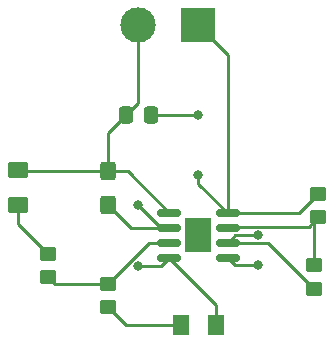
<source format=gbr>
%TF.GenerationSoftware,KiCad,Pcbnew,(6.0.10)*%
%TF.CreationDate,2023-02-17T12:14:38-08:00*%
%TF.ProjectId,lab4newproject,6c616234-6e65-4777-9072-6f6a6563742e,rev?*%
%TF.SameCoordinates,Original*%
%TF.FileFunction,Copper,L1,Top*%
%TF.FilePolarity,Positive*%
%FSLAX46Y46*%
G04 Gerber Fmt 4.6, Leading zero omitted, Abs format (unit mm)*
G04 Created by KiCad (PCBNEW (6.0.10)) date 2023-02-17 12:14:38*
%MOMM*%
%LPD*%
G01*
G04 APERTURE LIST*
G04 Aperture macros list*
%AMRoundRect*
0 Rectangle with rounded corners*
0 $1 Rounding radius*
0 $2 $3 $4 $5 $6 $7 $8 $9 X,Y pos of 4 corners*
0 Add a 4 corners polygon primitive as box body*
4,1,4,$2,$3,$4,$5,$6,$7,$8,$9,$2,$3,0*
0 Add four circle primitives for the rounded corners*
1,1,$1+$1,$2,$3*
1,1,$1+$1,$4,$5*
1,1,$1+$1,$6,$7*
1,1,$1+$1,$8,$9*
0 Add four rect primitives between the rounded corners*
20,1,$1+$1,$2,$3,$4,$5,0*
20,1,$1+$1,$4,$5,$6,$7,0*
20,1,$1+$1,$6,$7,$8,$9,0*
20,1,$1+$1,$8,$9,$2,$3,0*%
G04 Aperture macros list end*
%TA.AperFunction,SMDPad,CuDef*%
%ADD10RoundRect,0.250000X0.450000X-0.350000X0.450000X0.350000X-0.450000X0.350000X-0.450000X-0.350000X0*%
%TD*%
%TA.AperFunction,SMDPad,CuDef*%
%ADD11RoundRect,0.250000X0.425000X-0.537500X0.425000X0.537500X-0.425000X0.537500X-0.425000X-0.537500X0*%
%TD*%
%TA.AperFunction,SMDPad,CuDef*%
%ADD12RoundRect,0.150000X-0.825000X-0.150000X0.825000X-0.150000X0.825000X0.150000X-0.825000X0.150000X0*%
%TD*%
%TA.AperFunction,SMDPad,CuDef*%
%ADD13R,2.290000X3.000000*%
%TD*%
%TA.AperFunction,SMDPad,CuDef*%
%ADD14RoundRect,0.250001X-0.624999X0.462499X-0.624999X-0.462499X0.624999X-0.462499X0.624999X0.462499X0*%
%TD*%
%TA.AperFunction,ComponentPad*%
%ADD15R,3.000000X3.000000*%
%TD*%
%TA.AperFunction,ComponentPad*%
%ADD16C,3.000000*%
%TD*%
%TA.AperFunction,SMDPad,CuDef*%
%ADD17RoundRect,0.250000X-0.450000X0.350000X-0.450000X-0.350000X0.450000X-0.350000X0.450000X0.350000X0*%
%TD*%
%TA.AperFunction,SMDPad,CuDef*%
%ADD18RoundRect,0.250001X-0.462499X-0.624999X0.462499X-0.624999X0.462499X0.624999X-0.462499X0.624999X0*%
%TD*%
%TA.AperFunction,SMDPad,CuDef*%
%ADD19RoundRect,0.250000X0.337500X0.475000X-0.337500X0.475000X-0.337500X-0.475000X0.337500X-0.475000X0*%
%TD*%
%TA.AperFunction,ViaPad*%
%ADD20C,0.800000*%
%TD*%
%TA.AperFunction,Conductor*%
%ADD21C,0.250000*%
%TD*%
G04 APERTURE END LIST*
D10*
%TO.P,R4,1*%
%TO.N,/pin 3*%
X127000000Y-105140000D03*
%TO.P,R4,2*%
%TO.N,Net-(D2-Pad2)*%
X127000000Y-103140000D03*
%TD*%
D11*
%TO.P,C1,1*%
%TO.N,/pin 2*%
X132080000Y-99060000D03*
%TO.P,C1,2*%
%TO.N,/GND*%
X132080000Y-96185000D03*
%TD*%
D12*
%TO.P,U1,1,GND*%
%TO.N,/GND*%
X137225000Y-99695000D03*
%TO.P,U1,2,TR*%
%TO.N,/pin 2*%
X137225000Y-100965000D03*
%TO.P,U1,3,Q*%
%TO.N,/pin 3*%
X137225000Y-102235000D03*
%TO.P,U1,4,R*%
%TO.N,/+9V*%
X137225000Y-103505000D03*
%TO.P,U1,5,CV*%
%TO.N,Net-(C2-Pad1)*%
X142175000Y-103505000D03*
%TO.P,U1,6,THR*%
%TO.N,/pin 2*%
X142175000Y-102235000D03*
%TO.P,U1,7,DIS*%
%TO.N,/pin 7*%
X142175000Y-100965000D03*
%TO.P,U1,8,VCC*%
%TO.N,/+9V*%
X142175000Y-99695000D03*
D13*
%TO.P,U1,9*%
%TO.N,N/C*%
X139700000Y-101600000D03*
%TD*%
D10*
%TO.P,R3,1*%
%TO.N,Net-(D1-Pad1)*%
X132080000Y-107680000D03*
%TO.P,R3,2*%
%TO.N,/pin 3*%
X132080000Y-105680000D03*
%TD*%
D14*
%TO.P,D2,1,K*%
%TO.N,/GND*%
X124460000Y-96085000D03*
%TO.P,D2,2,A*%
%TO.N,Net-(D2-Pad2)*%
X124460000Y-99060000D03*
%TD*%
D15*
%TO.P,J1,1,Pin_1*%
%TO.N,/+9V*%
X139700000Y-83820000D03*
D16*
%TO.P,J1,2,Pin_2*%
%TO.N,/GND*%
X134620000Y-83820000D03*
%TD*%
D17*
%TO.P,R1,1*%
%TO.N,/+9V*%
X149860000Y-98060000D03*
%TO.P,R1,2*%
%TO.N,/pin 7*%
X149860000Y-100060000D03*
%TD*%
D18*
%TO.P,D1,1,K*%
%TO.N,Net-(D1-Pad1)*%
X138212500Y-109220000D03*
%TO.P,D1,2,A*%
%TO.N,/+9V*%
X141187500Y-109220000D03*
%TD*%
D19*
%TO.P,C2,1*%
%TO.N,Net-(C2-Pad1)*%
X135657500Y-91440000D03*
%TO.P,C2,2*%
%TO.N,/GND*%
X133582500Y-91440000D03*
%TD*%
D17*
%TO.P,R2,1*%
%TO.N,/pin 7*%
X149515000Y-104140000D03*
%TO.P,R2,2*%
%TO.N,/pin 2*%
X149515000Y-106140000D03*
%TD*%
D20*
%TO.N,/pin 2*%
X144780000Y-101600000D03*
X134620000Y-99060000D03*
%TO.N,Net-(C2-Pad1)*%
X139700000Y-91440000D03*
X144780000Y-104140000D03*
%TO.N,/+9V*%
X134632299Y-104152299D03*
X139700000Y-96520000D03*
%TD*%
D21*
%TO.N,/pin 2*%
X144780000Y-101600000D02*
X142810000Y-101600000D01*
X149515000Y-106140000D02*
X145610000Y-102235000D01*
X137225000Y-100965000D02*
X136525000Y-100965000D01*
X132080000Y-99060000D02*
X133985000Y-100965000D01*
X136525000Y-100965000D02*
X134620000Y-99060000D01*
X142810000Y-101600000D02*
X142175000Y-102235000D01*
X133985000Y-100965000D02*
X137225000Y-100965000D01*
X145610000Y-102235000D02*
X142175000Y-102235000D01*
%TO.N,/GND*%
X132080000Y-96185000D02*
X124560000Y-96185000D01*
X124560000Y-96185000D02*
X124460000Y-96085000D01*
X133715000Y-96185000D02*
X137225000Y-99695000D01*
X134620000Y-90402500D02*
X133582500Y-91440000D01*
X132080000Y-96185000D02*
X132080000Y-92942500D01*
X132080000Y-96185000D02*
X133715000Y-96185000D01*
X134620000Y-83820000D02*
X134620000Y-90402500D01*
X132080000Y-92942500D02*
X133582500Y-91440000D01*
%TO.N,Net-(C2-Pad1)*%
X142810000Y-104140000D02*
X144780000Y-104140000D01*
X139700000Y-91440000D02*
X135657500Y-91440000D01*
X142175000Y-103505000D02*
X142810000Y-104140000D01*
%TO.N,Net-(D1-Pad1)*%
X138212500Y-109220000D02*
X133620000Y-109220000D01*
X133620000Y-109220000D02*
X132080000Y-107680000D01*
%TO.N,/+9V*%
X139700000Y-96520000D02*
X139700000Y-97220000D01*
X141187500Y-107467500D02*
X141187500Y-109220000D01*
X148225000Y-99695000D02*
X142175000Y-99695000D01*
X137225000Y-103505000D02*
X136577701Y-104152299D01*
X142175000Y-99695000D02*
X142175000Y-86295000D01*
X136577701Y-104152299D02*
X134632299Y-104152299D01*
X149860000Y-98060000D02*
X148225000Y-99695000D01*
X142175000Y-86295000D02*
X139700000Y-83820000D01*
X137225000Y-103505000D02*
X141187500Y-107467500D01*
X139700000Y-97220000D02*
X142175000Y-99695000D01*
%TO.N,Net-(D2-Pad2)*%
X124460000Y-100600000D02*
X124460000Y-99060000D01*
X127000000Y-103140000D02*
X124460000Y-100600000D01*
%TO.N,/pin 7*%
X142265000Y-100875000D02*
X142175000Y-100965000D01*
X149045000Y-100875000D02*
X142265000Y-100875000D01*
X149860000Y-100060000D02*
X149045000Y-100875000D01*
X149515000Y-100405000D02*
X149860000Y-100060000D01*
X149515000Y-104140000D02*
X149515000Y-100405000D01*
%TO.N,/pin 3*%
X127000000Y-105140000D02*
X127540000Y-105680000D01*
X135525000Y-102235000D02*
X137225000Y-102235000D01*
X132080000Y-105680000D02*
X135525000Y-102235000D01*
X127540000Y-105680000D02*
X132080000Y-105680000D01*
%TD*%
M02*

</source>
